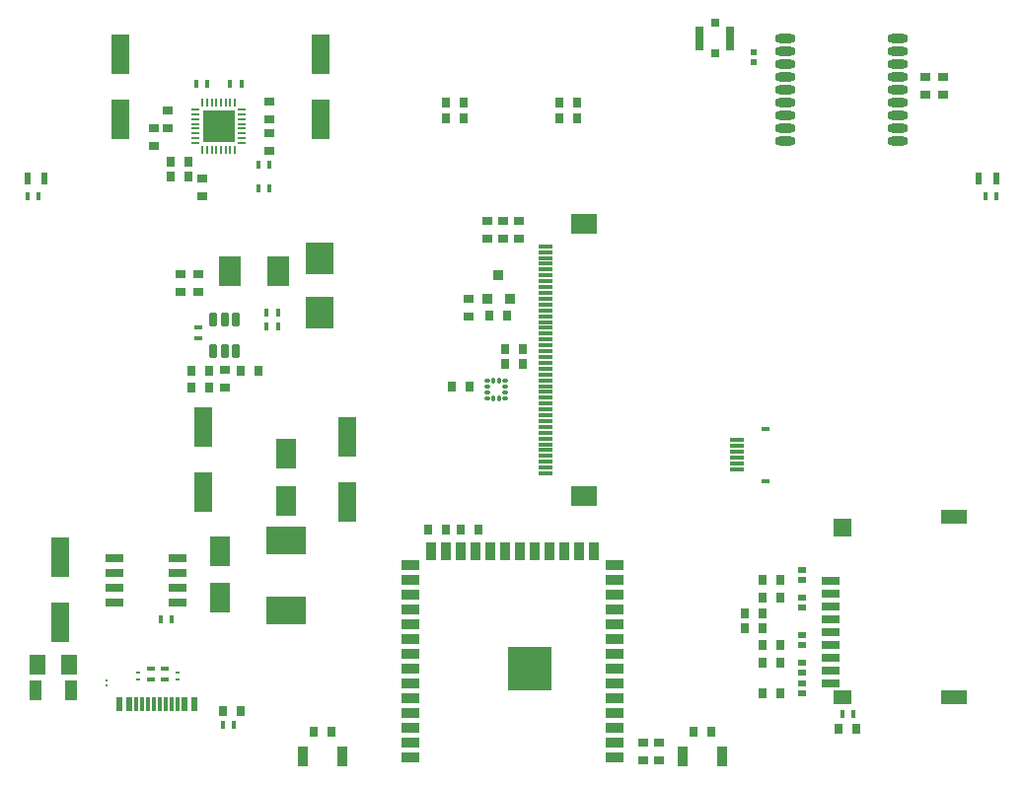
<source format=gtp>
G04*
G04 #@! TF.GenerationSoftware,Altium Limited,Altium Designer,23.1.1 (15)*
G04*
G04 Layer_Color=8421504*
%FSLAX25Y25*%
%MOIN*%
G70*
G04*
G04 #@! TF.SameCoordinates,D44E4BA0-DF0F-404E-B2C4-BA9F40E5660F*
G04*
G04*
G04 #@! TF.FilePolarity,Positive*
G04*
G01*
G75*
%ADD33O,0.07087X0.03150*%
%ADD34R,0.02362X0.02126*%
%ADD35R,0.00787X0.03150*%
%ADD36R,0.03150X0.00787*%
%ADD37R,0.10630X0.10630*%
G04:AMPARAMS|DCode=38|XSize=17.72mil|YSize=13.78mil|CornerRadius=2.07mil|HoleSize=0mil|Usage=FLASHONLY|Rotation=0.000|XOffset=0mil|YOffset=0mil|HoleType=Round|Shape=RoundedRectangle|*
%AMROUNDEDRECTD38*
21,1,0.01772,0.00965,0,0,0.0*
21,1,0.01358,0.01378,0,0,0.0*
1,1,0.00413,0.00679,-0.00482*
1,1,0.00413,-0.00679,-0.00482*
1,1,0.00413,-0.00679,0.00482*
1,1,0.00413,0.00679,0.00482*
%
%ADD38ROUNDEDRECTD38*%
G04:AMPARAMS|DCode=39|XSize=17.72mil|YSize=13.78mil|CornerRadius=2.07mil|HoleSize=0mil|Usage=FLASHONLY|Rotation=90.000|XOffset=0mil|YOffset=0mil|HoleType=Round|Shape=RoundedRectangle|*
%AMROUNDEDRECTD39*
21,1,0.01772,0.00965,0,0,90.0*
21,1,0.01358,0.01378,0,0,90.0*
1,1,0.00413,0.00482,0.00679*
1,1,0.00413,0.00482,-0.00679*
1,1,0.00413,-0.00482,-0.00679*
1,1,0.00413,-0.00482,0.00679*
%
%ADD39ROUNDEDRECTD39*%
%ADD40R,0.03150X0.01575*%
%ADD41R,0.04724X0.01181*%
%ADD42R,0.01800X0.02500*%
%ADD43R,0.06299X0.13780*%
%ADD44R,0.03500X0.03000*%
%ADD45R,0.13780X0.09252*%
%ADD46R,0.03000X0.03500*%
%ADD47R,0.03228X0.03622*%
%ADD48R,0.04173X0.07165*%
%ADD49R,0.05512X0.07165*%
%ADD50R,0.03150X0.07874*%
%ADD51R,0.03150X0.03150*%
%ADD52R,0.03150X0.03150*%
%ADD53R,0.06693X0.09843*%
%ADD54R,0.05906X0.02559*%
%ADD55R,0.00945X0.00787*%
%ADD56R,0.01457X0.01063*%
%ADD57R,0.02500X0.01800*%
%ADD58R,0.01181X0.04724*%
%ADD59R,0.02362X0.04724*%
%ADD60R,0.14567X0.14567*%
%ADD61R,0.05906X0.03543*%
%ADD62R,0.03543X0.05906*%
%ADD63R,0.03228X0.06772*%
%ADD64R,0.02598X0.02165*%
%ADD65R,0.05906X0.06299*%
%ADD66R,0.06299X0.02756*%
%ADD67R,0.05906X0.04724*%
%ADD68R,0.08661X0.04724*%
G04:AMPARAMS|DCode=69|XSize=47.24mil|YSize=23.62mil|CornerRadius=2.95mil|HoleSize=0mil|Usage=FLASHONLY|Rotation=270.000|XOffset=0mil|YOffset=0mil|HoleType=Round|Shape=RoundedRectangle|*
%AMROUNDEDRECTD69*
21,1,0.04724,0.01772,0,0,270.0*
21,1,0.04134,0.02362,0,0,270.0*
1,1,0.00591,-0.00886,-0.02067*
1,1,0.00591,-0.00886,0.02067*
1,1,0.00591,0.00886,0.02067*
1,1,0.00591,0.00886,-0.02067*
%
%ADD69ROUNDEDRECTD69*%
%ADD70R,0.07480X0.10236*%
%ADD71R,0.09449X0.11024*%
%ADD72R,0.01968X0.03937*%
%ADD73R,0.08661X0.07087*%
%ADD74R,0.05118X0.01181*%
D33*
X259800Y213882D02*
D03*
Y218212D02*
D03*
Y222543D02*
D03*
Y226874D02*
D03*
Y231204D02*
D03*
Y235535D02*
D03*
Y239866D02*
D03*
Y244197D02*
D03*
Y248527D02*
D03*
X297685D02*
D03*
Y244197D02*
D03*
Y239866D02*
D03*
Y235535D02*
D03*
Y231204D02*
D03*
Y226874D02*
D03*
Y222543D02*
D03*
Y218212D02*
D03*
Y213882D02*
D03*
D34*
X249200Y240295D02*
D03*
Y243696D02*
D03*
D35*
X73774Y226654D02*
D03*
X72199D02*
D03*
X70624D02*
D03*
X69050D02*
D03*
X62750D02*
D03*
X67475D02*
D03*
X65900D02*
D03*
X64325D02*
D03*
X62750Y210906D02*
D03*
X64325D02*
D03*
X65900D02*
D03*
X67475D02*
D03*
X69050D02*
D03*
X70624D02*
D03*
X72199D02*
D03*
X73774D02*
D03*
D36*
X60388Y213268D02*
D03*
Y214843D02*
D03*
Y216418D02*
D03*
Y217993D02*
D03*
Y224292D02*
D03*
Y222717D02*
D03*
Y221143D02*
D03*
Y219568D02*
D03*
X76136Y213268D02*
D03*
Y214843D02*
D03*
Y216418D02*
D03*
Y217993D02*
D03*
Y224292D02*
D03*
Y222717D02*
D03*
Y221143D02*
D03*
Y219568D02*
D03*
D37*
X68262Y218780D02*
D03*
D38*
X159162Y130786D02*
D03*
Y128818D02*
D03*
Y132755D02*
D03*
Y126849D02*
D03*
X165186Y132755D02*
D03*
Y130786D02*
D03*
Y128818D02*
D03*
Y126849D02*
D03*
D39*
X161190Y132814D02*
D03*
X163158D02*
D03*
Y126790D02*
D03*
X161131D02*
D03*
D40*
X253071Y116567D02*
D03*
Y98851D02*
D03*
D41*
X243228Y110662D02*
D03*
Y112630D02*
D03*
Y102788D02*
D03*
Y104756D02*
D03*
Y106725D02*
D03*
Y108693D02*
D03*
D42*
X81700Y197732D02*
D03*
X85400D02*
D03*
X52250Y52200D02*
D03*
X48550D02*
D03*
X73500Y16385D02*
D03*
X69800D02*
D03*
X278930Y20100D02*
D03*
X282630D02*
D03*
X85400Y205632D02*
D03*
X81700D02*
D03*
X60625Y233036D02*
D03*
X64325D02*
D03*
X75899D02*
D03*
X72199D02*
D03*
X88236Y155883D02*
D03*
X84536D02*
D03*
X88236Y151158D02*
D03*
X84536D02*
D03*
X327353Y195000D02*
D03*
X331053D02*
D03*
X3594D02*
D03*
X7294D02*
D03*
D43*
X35100Y243190D02*
D03*
Y221143D02*
D03*
X14700Y50976D02*
D03*
Y73024D02*
D03*
X111800Y113924D02*
D03*
Y91876D02*
D03*
X102600Y243190D02*
D03*
Y221143D02*
D03*
X63100Y117144D02*
D03*
Y95097D02*
D03*
D44*
X164300Y180900D02*
D03*
Y186900D02*
D03*
X158900Y180900D02*
D03*
Y186900D02*
D03*
X152600Y160469D02*
D03*
Y154469D02*
D03*
X169750Y186900D02*
D03*
Y180900D02*
D03*
X312900Y235535D02*
D03*
Y229535D02*
D03*
X307100Y235535D02*
D03*
Y229535D02*
D03*
X217100Y10321D02*
D03*
Y4321D02*
D03*
X211700Y10321D02*
D03*
Y4321D02*
D03*
X85400Y227143D02*
D03*
Y221143D02*
D03*
X62750Y195032D02*
D03*
Y201032D02*
D03*
X85400Y216418D02*
D03*
Y210418D02*
D03*
X46300Y218000D02*
D03*
Y212000D02*
D03*
X51200Y218000D02*
D03*
Y224000D02*
D03*
X70240Y136521D02*
D03*
Y130520D02*
D03*
X61300Y162718D02*
D03*
Y168718D02*
D03*
X55250Y162718D02*
D03*
Y168718D02*
D03*
D45*
X90900Y78900D02*
D03*
Y55081D02*
D03*
D46*
X257900Y37507D02*
D03*
X251900D02*
D03*
X257900Y27079D02*
D03*
X251900D02*
D03*
X257900Y43417D02*
D03*
X251900D02*
D03*
X257900Y65465D02*
D03*
X251900D02*
D03*
X257900Y59556D02*
D03*
X251900D02*
D03*
X159800Y154886D02*
D03*
X165800D02*
D03*
X69800Y21106D02*
D03*
X75800D02*
D03*
X234600Y14220D02*
D03*
X228600D02*
D03*
X100361D02*
D03*
X106361D02*
D03*
X155961Y82320D02*
D03*
X149961D02*
D03*
X138961D02*
D03*
X144961D02*
D03*
X283780Y15100D02*
D03*
X277780D02*
D03*
X251900Y49031D02*
D03*
X245900D02*
D03*
X251900Y54131D02*
D03*
X245900D02*
D03*
X145104Y226688D02*
D03*
X151104D02*
D03*
X145104Y221388D02*
D03*
X151104D02*
D03*
X183212Y221369D02*
D03*
X189212D02*
D03*
X183212Y226669D02*
D03*
X189212D02*
D03*
X51900Y201732D02*
D03*
X57900D02*
D03*
X51900Y206732D02*
D03*
X57900D02*
D03*
X64900Y130520D02*
D03*
X58900D02*
D03*
X81600Y136000D02*
D03*
X75600D02*
D03*
X58900Y136021D02*
D03*
X64900D02*
D03*
X165186Y143600D02*
D03*
X171186D02*
D03*
X165186Y138586D02*
D03*
X171186D02*
D03*
X147070Y130786D02*
D03*
X153070D02*
D03*
D47*
X166540Y160469D02*
D03*
X159060D02*
D03*
X162800Y168343D02*
D03*
D48*
X6384Y28200D02*
D03*
X18416D02*
D03*
D49*
X7046Y36800D02*
D03*
X17754D02*
D03*
D50*
X230764Y248527D02*
D03*
X241000D02*
D03*
D51*
X235882Y243409D02*
D03*
D52*
X235881Y253645D02*
D03*
D53*
X68600Y75274D02*
D03*
Y59526D02*
D03*
X90900Y107948D02*
D03*
Y92200D02*
D03*
D54*
X54330Y57766D02*
D03*
Y62766D02*
D03*
Y67766D02*
D03*
Y72766D02*
D03*
X33070D02*
D03*
Y67766D02*
D03*
Y62766D02*
D03*
Y57766D02*
D03*
D55*
X30352Y29900D02*
D03*
Y31475D02*
D03*
D56*
X41080Y31800D02*
D03*
Y33965D02*
D03*
X54269Y31800D02*
D03*
Y33965D02*
D03*
D57*
X45472Y31850D02*
D03*
Y35550D02*
D03*
X50000Y31850D02*
D03*
Y35550D02*
D03*
X61300Y150850D02*
D03*
Y147150D02*
D03*
D58*
X40490Y23350D02*
D03*
X42458D02*
D03*
X44427D02*
D03*
X46395D02*
D03*
X54269D02*
D03*
X52301D02*
D03*
X50332D02*
D03*
X48364D02*
D03*
D59*
X34781D02*
D03*
X59978D02*
D03*
X37931D02*
D03*
X56828D02*
D03*
D60*
X173386Y35320D02*
D03*
D61*
X133032Y70320D02*
D03*
X201929Y5320D02*
D03*
Y10321D02*
D03*
Y15321D02*
D03*
Y20321D02*
D03*
Y25321D02*
D03*
Y30321D02*
D03*
Y35320D02*
D03*
Y40321D02*
D03*
Y45320D02*
D03*
Y50321D02*
D03*
Y55321D02*
D03*
Y60321D02*
D03*
Y65320D02*
D03*
Y70320D02*
D03*
X133032Y65320D02*
D03*
Y60321D02*
D03*
Y55321D02*
D03*
Y50321D02*
D03*
Y45320D02*
D03*
Y40321D02*
D03*
Y35320D02*
D03*
Y30321D02*
D03*
Y25321D02*
D03*
Y20321D02*
D03*
Y15321D02*
D03*
Y10321D02*
D03*
Y5320D02*
D03*
D62*
X194961Y75242D02*
D03*
X189961D02*
D03*
X184961D02*
D03*
X179961D02*
D03*
X174961D02*
D03*
X169961D02*
D03*
X164961D02*
D03*
X159961D02*
D03*
X154961D02*
D03*
X149961D02*
D03*
X144961D02*
D03*
X139961D02*
D03*
D63*
X224907Y5821D02*
D03*
X238293D02*
D03*
X110054D02*
D03*
X96668D02*
D03*
D64*
X265528Y34161D02*
D03*
Y37507D02*
D03*
Y46764D02*
D03*
Y43417D02*
D03*
Y30425D02*
D03*
Y27079D02*
D03*
Y56209D02*
D03*
Y59556D02*
D03*
Y68811D02*
D03*
Y65465D02*
D03*
D65*
X278930Y83181D02*
D03*
D66*
X274993Y34756D02*
D03*
Y39087D02*
D03*
Y43417D02*
D03*
Y47748D02*
D03*
Y52079D02*
D03*
Y56410D02*
D03*
Y60740D02*
D03*
Y65071D02*
D03*
Y30425D02*
D03*
D67*
X278930Y25701D02*
D03*
D68*
X316725Y86724D02*
D03*
Y25701D02*
D03*
D69*
X73980Y142891D02*
D03*
X70240D02*
D03*
X66500D02*
D03*
Y153521D02*
D03*
X70240D02*
D03*
X73980D02*
D03*
D70*
X72095Y169921D02*
D03*
X88236D02*
D03*
D71*
X102500Y173993D02*
D03*
Y155883D02*
D03*
D72*
X325147Y201200D02*
D03*
X331053D02*
D03*
X9500D02*
D03*
X3594D02*
D03*
D73*
X191598Y185666D02*
D03*
Y93934D02*
D03*
D74*
X178802Y178186D02*
D03*
Y176217D02*
D03*
Y174249D02*
D03*
Y172280D02*
D03*
Y170312D02*
D03*
Y168343D02*
D03*
Y166375D02*
D03*
Y164406D02*
D03*
Y162438D02*
D03*
Y160469D02*
D03*
Y158501D02*
D03*
Y156532D02*
D03*
Y154564D02*
D03*
Y152595D02*
D03*
Y150627D02*
D03*
Y148658D02*
D03*
Y146690D02*
D03*
Y144721D02*
D03*
Y142753D02*
D03*
Y140784D02*
D03*
Y138816D02*
D03*
Y136847D02*
D03*
Y134879D02*
D03*
Y132910D02*
D03*
Y130942D02*
D03*
Y128973D02*
D03*
Y127005D02*
D03*
Y125036D02*
D03*
Y123068D02*
D03*
Y121099D02*
D03*
Y119131D02*
D03*
Y117162D02*
D03*
Y115194D02*
D03*
Y113225D02*
D03*
Y111257D02*
D03*
Y109288D02*
D03*
Y107320D02*
D03*
Y105351D02*
D03*
Y103383D02*
D03*
Y101414D02*
D03*
M02*

</source>
